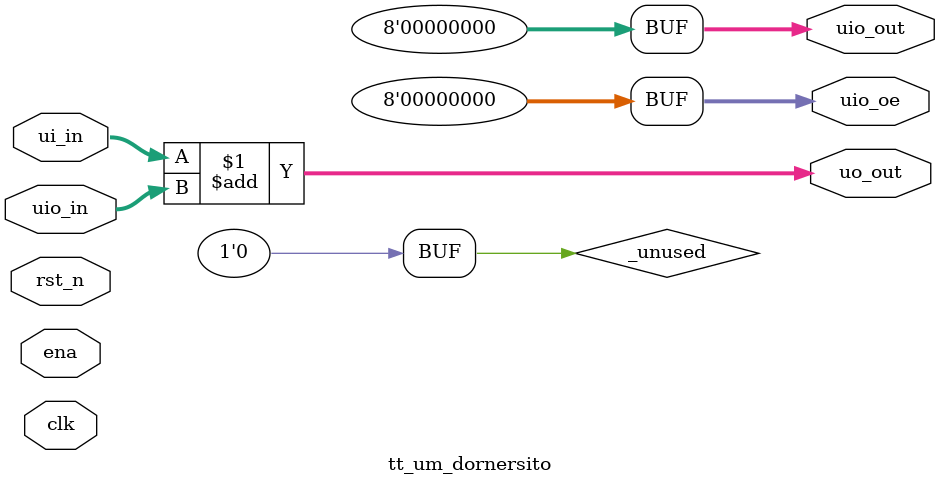
<source format=v>
/*
 * Copyright (c) 2024 Your Name
 * SPDX-License-Identifier: Apache-2.0
 */

`default_nettype none

module tt_um_dornersito (
    input  wire [7:0] ui_in,    // Dedicated inputs
    output wire [7:0] uo_out,   // Dedicated outputs
    input  wire [7:0] uio_in,   // IOs: Input path
    output wire [7:0] uio_out,  // IOs: Output path
    output wire [7:0] uio_oe,   // IOs: Enable path (active high: 0=input, 1=output)
    input  wire       ena,      // always 1 when the design is powered, so you can ignore it
    input  wire       clk,      // clock
    input  wire       rst_n     // reset_n - low to reset
);

  // All output pins must be assigned. If not used, assign to 0.
  assign uo_out  = ui_in + uio_in;  // Example: ou_out is the sum of ui_in and uio_in
  assign uio_out = 0;
  assign uio_oe  = 0;

  // List all unused inputs to prevent warnings
  wire _unused = &{ena, clk, rst_n, 1'b0};

endmodule

</source>
